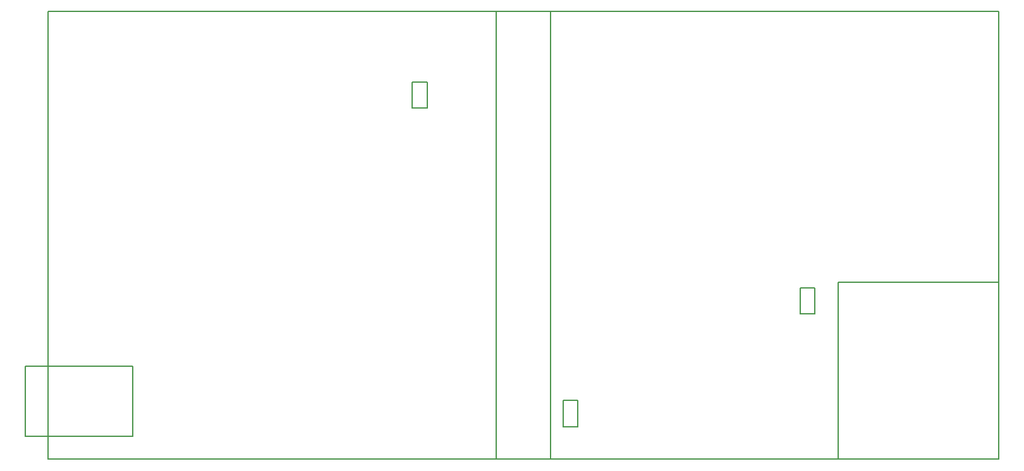
<source format=gm1>
G04*
G04 #@! TF.GenerationSoftware,Altium Limited,Altium Designer,21.2.2 (38)*
G04*
G04 Layer_Color=16711935*
%FSLAX44Y44*%
%MOMM*%
G71*
G04*
G04 #@! TF.SameCoordinates,1FAA2A19-5D32-44EB-9D88-0ED73DB0A834*
G04*
G04*
G04 #@! TF.FilePolarity,Positive*
G04*
G01*
G75*
%ADD31C,0.2000*%
%ADD49C,0.1930*%
%ADD175C,0.0254*%
D31*
X-31106Y30760D02*
X112894D01*
X-31106D02*
Y124760D01*
X112894D01*
Y30760D02*
Y124760D01*
X-31000Y30750D02*
X112999D01*
X-31000D02*
Y124750D01*
X112999D01*
Y30750D02*
Y124750D01*
X487588Y470433D02*
Y505432D01*
Y470433D02*
X507588D01*
Y505432D01*
X487588D02*
X507588D01*
X1006898Y194552D02*
X1026897D01*
X1006898D02*
Y229551D01*
X1026897D01*
Y194552D02*
Y229551D01*
X689201Y43599D02*
Y78598D01*
Y43599D02*
X709201D01*
Y78598D01*
X689201D02*
X709201D01*
X0Y0D02*
X600000D01*
X0D02*
Y600000D01*
X600000Y0D02*
Y600000D01*
X0D02*
X600000D01*
X1273049Y484950D02*
Y600000D01*
X673049D02*
X1273049D01*
Y401700D02*
Y484950D01*
X1057499Y50D02*
Y236700D01*
X786299Y50D02*
X1057499D01*
Y236700D02*
X1273049D01*
X673049Y0D02*
X786049D01*
X673049Y461750D02*
X673049Y0D01*
X1273049Y236700D02*
Y401700D01*
X673049Y461750D02*
Y600000D01*
D49*
X-25Y0D02*
Y600050D01*
Y0D02*
X1273073D01*
X-25Y600050D02*
X1273073D01*
X1273073Y0D01*
D175*
X178562Y444246D02*
D03*
M02*

</source>
